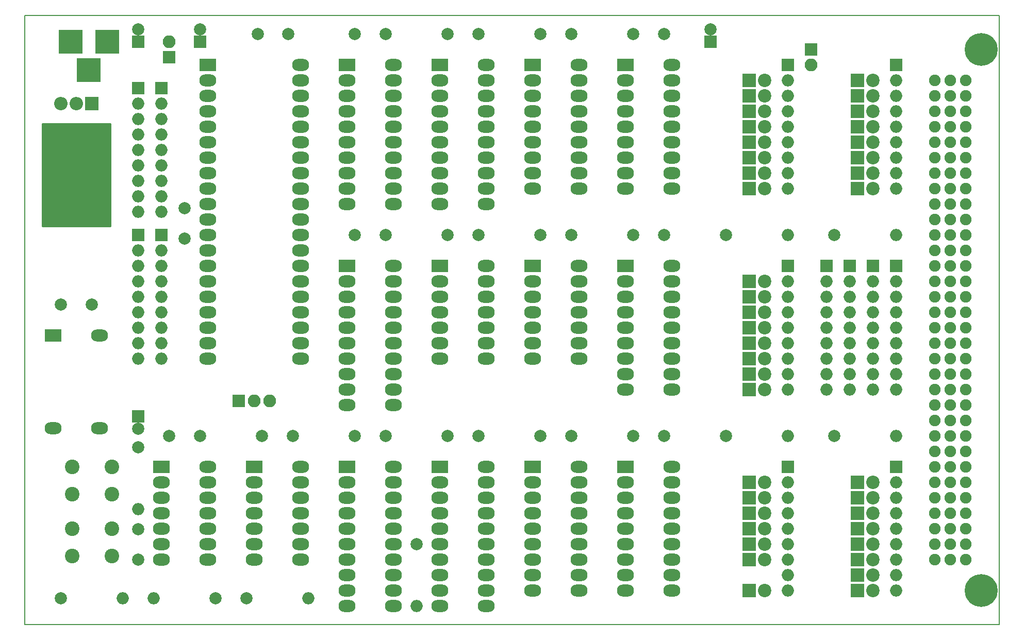
<source format=gbr>
G04 #@! TF.FileFunction,Soldermask,Top*
%FSLAX46Y46*%
G04 Gerber Fmt 4.6, Leading zero omitted, Abs format (unit mm)*
G04 Created by KiCad (PCBNEW 4.0.7) date Sat Mar 24 13:18:22 2018*
%MOMM*%
%LPD*%
G01*
G04 APERTURE LIST*
%ADD10C,0.100000*%
%ADD11C,0.150000*%
%ADD12R,2.800000X2.000000*%
%ADD13O,2.800000X2.000000*%
%ADD14C,2.400000*%
%ADD15C,2.000000*%
%ADD16R,2.000000X2.000000*%
%ADD17R,2.200000X2.200000*%
%ADD18C,2.200000*%
%ADD19R,3.900000X3.900000*%
%ADD20C,1.901140*%
%ADD21C,5.400000*%
%ADD22O,2.000000X2.000000*%
%ADD23R,2.100000X2.100000*%
%ADD24O,2.100000X2.100000*%
%ADD25O,2.200000X2.200000*%
%ADD26C,0.254000*%
G04 APERTURE END LIST*
D10*
D11*
X0Y-100000000D02*
X0Y0D01*
X160000000Y-100000000D02*
X0Y-100000000D01*
X160000000Y0D02*
X160000000Y-100000000D01*
X0Y0D02*
X160000000Y0D01*
D12*
X52860000Y-74130000D03*
D13*
X60480000Y-96990000D03*
X52860000Y-76670000D03*
X60480000Y-94450000D03*
X52860000Y-79210000D03*
X60480000Y-91910000D03*
X52860000Y-81750000D03*
X60480000Y-89370000D03*
X52860000Y-84290000D03*
X60480000Y-86830000D03*
X52860000Y-86830000D03*
X60480000Y-84290000D03*
X52860000Y-89370000D03*
X60480000Y-81750000D03*
X52860000Y-91910000D03*
X60480000Y-79210000D03*
X52860000Y-94450000D03*
X60480000Y-76670000D03*
X52860000Y-96990000D03*
X60480000Y-74130000D03*
D14*
X7775000Y-88790000D03*
X7775000Y-84290000D03*
X14275000Y-88790000D03*
X14275000Y-84290000D03*
D12*
X4600000Y-52540000D03*
D13*
X12220000Y-67780000D03*
X4600000Y-67780000D03*
X12220000Y-52540000D03*
D15*
X104930000Y-69050000D03*
X99930000Y-69050000D03*
X89690000Y-69050000D03*
X84690000Y-69050000D03*
X74450000Y-36030000D03*
X69450000Y-36030000D03*
X89690000Y-3010000D03*
X84690000Y-3010000D03*
X104930000Y-3010000D03*
X99930000Y-3010000D03*
X104930000Y-36030000D03*
X99930000Y-36030000D03*
X89690000Y-36030000D03*
X84690000Y-36030000D03*
D16*
X18570000Y-4280000D03*
D15*
X18570000Y-2280000D03*
D16*
X28730000Y-4280000D03*
D15*
X28730000Y-2280000D03*
X38255000Y-3010000D03*
X43255000Y-3010000D03*
X26190000Y-36665000D03*
X26190000Y-31665000D03*
X59210000Y-69050000D03*
X54210000Y-69050000D03*
D16*
X18570000Y-65875000D03*
D15*
X18570000Y-67875000D03*
X43970000Y-69050000D03*
X38970000Y-69050000D03*
X18570000Y-89370000D03*
X18570000Y-84370000D03*
X74450000Y-69050000D03*
X69450000Y-69050000D03*
X59210000Y-3010000D03*
X54210000Y-3010000D03*
X74450000Y-3010000D03*
X69450000Y-3010000D03*
X59210000Y-36030000D03*
X54210000Y-36030000D03*
X10950000Y-47460000D03*
X5950000Y-47460000D03*
X28730000Y-69050000D03*
X23730000Y-69050000D03*
D17*
X136680000Y-76670000D03*
D18*
X139220000Y-76670000D03*
D17*
X136680000Y-79210000D03*
D18*
X139220000Y-79210000D03*
D17*
X136680000Y-81750000D03*
D18*
X139220000Y-81750000D03*
D17*
X136680000Y-84290000D03*
D18*
X139220000Y-84290000D03*
D17*
X136680000Y-86830000D03*
D18*
X139220000Y-86830000D03*
D17*
X136680000Y-89370000D03*
D18*
X139220000Y-89370000D03*
D17*
X136680000Y-91910000D03*
D18*
X139220000Y-91910000D03*
D17*
X136680000Y-94450000D03*
D18*
X139220000Y-94450000D03*
D17*
X118900000Y-76670000D03*
D18*
X121440000Y-76670000D03*
D17*
X118900000Y-79210000D03*
D18*
X121440000Y-79210000D03*
D17*
X118900000Y-81750000D03*
D18*
X121440000Y-81750000D03*
D17*
X118900000Y-84290000D03*
D18*
X121440000Y-84290000D03*
D17*
X118900000Y-86830000D03*
D18*
X121440000Y-86830000D03*
D17*
X118900000Y-89370000D03*
D18*
X121440000Y-89370000D03*
D17*
X118900000Y-10630000D03*
D18*
X121440000Y-10630000D03*
D17*
X118900000Y-13170000D03*
D18*
X121440000Y-13170000D03*
D17*
X118900000Y-15710000D03*
D18*
X121440000Y-15710000D03*
D17*
X118900000Y-18250000D03*
D18*
X121440000Y-18250000D03*
D17*
X118900000Y-20790000D03*
D18*
X121440000Y-20790000D03*
D17*
X118900000Y-23330000D03*
D18*
X121440000Y-23330000D03*
D17*
X118900000Y-25870000D03*
D18*
X121440000Y-25870000D03*
D17*
X118900000Y-28410000D03*
D18*
X121440000Y-28410000D03*
D17*
X136680000Y-10630000D03*
D18*
X139220000Y-10630000D03*
D17*
X136680000Y-13170000D03*
D18*
X139220000Y-13170000D03*
D17*
X136680000Y-15710000D03*
D18*
X139220000Y-15710000D03*
D17*
X136680000Y-18250000D03*
D18*
X139220000Y-18250000D03*
D17*
X136680000Y-20790000D03*
D18*
X139220000Y-20790000D03*
D17*
X136680000Y-23330000D03*
D18*
X139220000Y-23330000D03*
D17*
X136680000Y-25870000D03*
D18*
X139220000Y-25870000D03*
D17*
X136680000Y-28410000D03*
D18*
X139220000Y-28410000D03*
D17*
X118900000Y-43650000D03*
D18*
X121440000Y-43650000D03*
D17*
X118900000Y-46190000D03*
D18*
X121440000Y-46190000D03*
D17*
X118900000Y-48730000D03*
D18*
X121440000Y-48730000D03*
D17*
X118900000Y-51270000D03*
D18*
X121440000Y-51270000D03*
D17*
X118900000Y-53810000D03*
D18*
X121440000Y-53810000D03*
D17*
X118900000Y-56350000D03*
D18*
X121440000Y-56350000D03*
D17*
X118900000Y-58890000D03*
D18*
X121440000Y-58890000D03*
D17*
X118900000Y-61430000D03*
D18*
X121440000Y-61430000D03*
D19*
X13490000Y-4280000D03*
X7490000Y-4280000D03*
X10490000Y-8980000D03*
D20*
X154460000Y-10630000D03*
X154460000Y-13170000D03*
X154460000Y-18250000D03*
X154460000Y-15710000D03*
X154460000Y-20790000D03*
X154460000Y-23330000D03*
X154460000Y-25870000D03*
X154460000Y-28410000D03*
X154460000Y-30950000D03*
X154460000Y-33490000D03*
X154460000Y-36030000D03*
X154460000Y-38570000D03*
X154460000Y-41110000D03*
X154460000Y-43650000D03*
X154460000Y-46190000D03*
X154460000Y-48730000D03*
X154460000Y-51270000D03*
X154460000Y-53810000D03*
X154460000Y-56350000D03*
X154460000Y-58890000D03*
X154460000Y-61430000D03*
X154460000Y-63970000D03*
X154460000Y-66510000D03*
X154460000Y-69050000D03*
X154460000Y-71590000D03*
X154460000Y-74130000D03*
X154460000Y-76670000D03*
X154460000Y-79210000D03*
X154460000Y-81750000D03*
X154460000Y-84290000D03*
X154460000Y-86830000D03*
X154460000Y-89370000D03*
X151920000Y-89370000D03*
X151920000Y-86830000D03*
X151920000Y-84290000D03*
X151920000Y-81750000D03*
X151920000Y-79210000D03*
X151920000Y-76670000D03*
X151920000Y-74130000D03*
X151920000Y-71590000D03*
X151920000Y-69050000D03*
X151920000Y-66510000D03*
X151920000Y-63970000D03*
X151920000Y-61430000D03*
X151920000Y-58890000D03*
X151920000Y-56350000D03*
X151920000Y-53810000D03*
X151920000Y-51270000D03*
X151920000Y-48730000D03*
X151920000Y-46190000D03*
X151920000Y-43650000D03*
X151920000Y-41110000D03*
X151920000Y-38570000D03*
X151920000Y-36030000D03*
X151920000Y-33490000D03*
X151920000Y-30950000D03*
X151920000Y-28410000D03*
X151920000Y-25870000D03*
X151920000Y-23330000D03*
X151920000Y-20790000D03*
X151920000Y-15710000D03*
X151920000Y-18250000D03*
X151920000Y-13170000D03*
X151920000Y-10630000D03*
X149380000Y-10630000D03*
X149380000Y-13170000D03*
X149380000Y-18250000D03*
X149380000Y-15710000D03*
X149380000Y-20790000D03*
X149380000Y-23330000D03*
X149380000Y-25870000D03*
X149380000Y-28410000D03*
X149380000Y-30950000D03*
X149380000Y-33490000D03*
X149380000Y-36030000D03*
X149380000Y-38570000D03*
X149380000Y-41110000D03*
X149380000Y-43650000D03*
X149380000Y-46190000D03*
X149380000Y-48730000D03*
X149380000Y-51270000D03*
X149380000Y-53810000D03*
X149380000Y-56350000D03*
X149380000Y-58890000D03*
X149380000Y-61430000D03*
X149380000Y-63970000D03*
X149380000Y-66510000D03*
X149380000Y-69050000D03*
X149380000Y-71590000D03*
X149380000Y-74130000D03*
X149380000Y-76670000D03*
X149380000Y-79210000D03*
X149380000Y-81750000D03*
X149380000Y-84290000D03*
X149380000Y-86830000D03*
X149380000Y-89370000D03*
D21*
X157000000Y-94450000D03*
X157000000Y-5550000D03*
D15*
X115090000Y-36030000D03*
D22*
X125250000Y-36030000D03*
D15*
X132870000Y-69050000D03*
D22*
X143030000Y-69050000D03*
D15*
X115090000Y-69050000D03*
D22*
X125250000Y-69050000D03*
D15*
X132870000Y-36030000D03*
D22*
X143030000Y-36030000D03*
D15*
X18570000Y-70955000D03*
D22*
X18570000Y-81115000D03*
D15*
X31270000Y-95720000D03*
D22*
X21110000Y-95720000D03*
D15*
X36350000Y-95720000D03*
D22*
X46510000Y-95720000D03*
D15*
X5870000Y-95720000D03*
D22*
X16030000Y-95720000D03*
D14*
X7775000Y-78630000D03*
X7775000Y-74130000D03*
X14275000Y-78630000D03*
X14275000Y-74130000D03*
D12*
X83340000Y-41110000D03*
D13*
X90960000Y-56350000D03*
X83340000Y-43650000D03*
X90960000Y-53810000D03*
X83340000Y-46190000D03*
X90960000Y-51270000D03*
X83340000Y-48730000D03*
X90960000Y-48730000D03*
X83340000Y-51270000D03*
X90960000Y-46190000D03*
X83340000Y-53810000D03*
X90960000Y-43650000D03*
X83340000Y-56350000D03*
X90960000Y-41110000D03*
D12*
X98580000Y-74130000D03*
D13*
X106200000Y-94450000D03*
X98580000Y-76670000D03*
X106200000Y-91910000D03*
X98580000Y-79210000D03*
X106200000Y-89370000D03*
X98580000Y-81750000D03*
X106200000Y-86830000D03*
X98580000Y-84290000D03*
X106200000Y-84290000D03*
X98580000Y-86830000D03*
X106200000Y-81750000D03*
X98580000Y-89370000D03*
X106200000Y-79210000D03*
X98580000Y-91910000D03*
X106200000Y-76670000D03*
X98580000Y-94450000D03*
X106200000Y-74130000D03*
D12*
X68100000Y-41110000D03*
D13*
X75720000Y-56350000D03*
X68100000Y-43650000D03*
X75720000Y-53810000D03*
X68100000Y-46190000D03*
X75720000Y-51270000D03*
X68100000Y-48730000D03*
X75720000Y-48730000D03*
X68100000Y-51270000D03*
X75720000Y-46190000D03*
X68100000Y-53810000D03*
X75720000Y-43650000D03*
X68100000Y-56350000D03*
X75720000Y-41110000D03*
D12*
X83340000Y-74130000D03*
D13*
X90960000Y-94450000D03*
X83340000Y-76670000D03*
X90960000Y-91910000D03*
X83340000Y-79210000D03*
X90960000Y-89370000D03*
X83340000Y-81750000D03*
X90960000Y-86830000D03*
X83340000Y-84290000D03*
X90960000Y-84290000D03*
X83340000Y-86830000D03*
X90960000Y-81750000D03*
X83340000Y-89370000D03*
X90960000Y-79210000D03*
X83340000Y-91910000D03*
X90960000Y-76670000D03*
X83340000Y-94450000D03*
X90960000Y-74130000D03*
D12*
X83340000Y-8090000D03*
D13*
X90960000Y-28410000D03*
X83340000Y-10630000D03*
X90960000Y-25870000D03*
X83340000Y-13170000D03*
X90960000Y-23330000D03*
X83340000Y-15710000D03*
X90960000Y-20790000D03*
X83340000Y-18250000D03*
X90960000Y-18250000D03*
X83340000Y-20790000D03*
X90960000Y-15710000D03*
X83340000Y-23330000D03*
X90960000Y-13170000D03*
X83340000Y-25870000D03*
X90960000Y-10630000D03*
X83340000Y-28410000D03*
X90960000Y-8090000D03*
D12*
X98580000Y-8090000D03*
D13*
X106200000Y-28410000D03*
X98580000Y-10630000D03*
X106200000Y-25870000D03*
X98580000Y-13170000D03*
X106200000Y-23330000D03*
X98580000Y-15710000D03*
X106200000Y-20790000D03*
X98580000Y-18250000D03*
X106200000Y-18250000D03*
X98580000Y-20790000D03*
X106200000Y-15710000D03*
X98580000Y-23330000D03*
X106200000Y-13170000D03*
X98580000Y-25870000D03*
X106200000Y-10630000D03*
X98580000Y-28410000D03*
X106200000Y-8090000D03*
D12*
X98580000Y-41110000D03*
D13*
X106200000Y-61430000D03*
X98580000Y-43650000D03*
X106200000Y-58890000D03*
X98580000Y-46190000D03*
X106200000Y-56350000D03*
X98580000Y-48730000D03*
X106200000Y-53810000D03*
X98580000Y-51270000D03*
X106200000Y-51270000D03*
X98580000Y-53810000D03*
X106200000Y-48730000D03*
X98580000Y-56350000D03*
X106200000Y-46190000D03*
X98580000Y-58890000D03*
X106200000Y-43650000D03*
X98580000Y-61430000D03*
X106200000Y-41110000D03*
D12*
X37620000Y-74130000D03*
D13*
X45240000Y-89370000D03*
X37620000Y-76670000D03*
X45240000Y-86830000D03*
X37620000Y-79210000D03*
X45240000Y-84290000D03*
X37620000Y-81750000D03*
X45240000Y-81750000D03*
X37620000Y-84290000D03*
X45240000Y-79210000D03*
X37620000Y-86830000D03*
X45240000Y-76670000D03*
X37620000Y-89370000D03*
X45240000Y-74130000D03*
D12*
X68100000Y-74130000D03*
D13*
X75720000Y-96990000D03*
X68100000Y-76670000D03*
X75720000Y-94450000D03*
X68100000Y-79210000D03*
X75720000Y-91910000D03*
X68100000Y-81750000D03*
X75720000Y-89370000D03*
X68100000Y-84290000D03*
X75720000Y-86830000D03*
X68100000Y-86830000D03*
X75720000Y-84290000D03*
X68100000Y-89370000D03*
X75720000Y-81750000D03*
X68100000Y-91910000D03*
X75720000Y-79210000D03*
X68100000Y-94450000D03*
X75720000Y-76670000D03*
X68100000Y-96990000D03*
X75720000Y-74130000D03*
D12*
X52860000Y-8090000D03*
D13*
X60480000Y-30950000D03*
X52860000Y-10630000D03*
X60480000Y-28410000D03*
X52860000Y-13170000D03*
X60480000Y-25870000D03*
X52860000Y-15710000D03*
X60480000Y-23330000D03*
X52860000Y-18250000D03*
X60480000Y-20790000D03*
X52860000Y-20790000D03*
X60480000Y-18250000D03*
X52860000Y-23330000D03*
X60480000Y-15710000D03*
X52860000Y-25870000D03*
X60480000Y-13170000D03*
X52860000Y-28410000D03*
X60480000Y-10630000D03*
X52860000Y-30950000D03*
X60480000Y-8090000D03*
D12*
X68100000Y-8090000D03*
D13*
X75720000Y-30950000D03*
X68100000Y-10630000D03*
X75720000Y-28410000D03*
X68100000Y-13170000D03*
X75720000Y-25870000D03*
X68100000Y-15710000D03*
X75720000Y-23330000D03*
X68100000Y-18250000D03*
X75720000Y-20790000D03*
X68100000Y-20790000D03*
X75720000Y-18250000D03*
X68100000Y-23330000D03*
X75720000Y-15710000D03*
X68100000Y-25870000D03*
X75720000Y-13170000D03*
X68100000Y-28410000D03*
X75720000Y-10630000D03*
X68100000Y-30950000D03*
X75720000Y-8090000D03*
D12*
X30000000Y-8090000D03*
D13*
X45240000Y-56350000D03*
X30000000Y-10630000D03*
X45240000Y-53810000D03*
X30000000Y-13170000D03*
X45240000Y-51270000D03*
X30000000Y-15710000D03*
X45240000Y-48730000D03*
X30000000Y-18250000D03*
X45240000Y-46190000D03*
X30000000Y-20790000D03*
X45240000Y-43650000D03*
X30000000Y-23330000D03*
X45240000Y-41110000D03*
X30000000Y-25870000D03*
X45240000Y-38570000D03*
X30000000Y-28410000D03*
X45240000Y-36030000D03*
X30000000Y-30950000D03*
X45240000Y-33490000D03*
X30000000Y-33490000D03*
X45240000Y-30950000D03*
X30000000Y-36030000D03*
X45240000Y-28410000D03*
X30000000Y-38570000D03*
X45240000Y-25870000D03*
X30000000Y-41110000D03*
X45240000Y-23330000D03*
X30000000Y-43650000D03*
X45240000Y-20790000D03*
X30000000Y-46190000D03*
X45240000Y-18250000D03*
X30000000Y-48730000D03*
X45240000Y-15710000D03*
X30000000Y-51270000D03*
X45240000Y-13170000D03*
X30000000Y-53810000D03*
X45240000Y-10630000D03*
X30000000Y-56350000D03*
X45240000Y-8090000D03*
D12*
X52860000Y-41110000D03*
D13*
X60480000Y-63970000D03*
X52860000Y-43650000D03*
X60480000Y-61430000D03*
X52860000Y-46190000D03*
X60480000Y-58890000D03*
X52860000Y-48730000D03*
X60480000Y-56350000D03*
X52860000Y-51270000D03*
X60480000Y-53810000D03*
X52860000Y-53810000D03*
X60480000Y-51270000D03*
X52860000Y-56350000D03*
X60480000Y-48730000D03*
X52860000Y-58890000D03*
X60480000Y-46190000D03*
X52860000Y-61430000D03*
X60480000Y-43650000D03*
X52860000Y-63970000D03*
X60480000Y-41110000D03*
D12*
X22380000Y-74130000D03*
D13*
X30000000Y-89370000D03*
X22380000Y-76670000D03*
X30000000Y-86830000D03*
X22380000Y-79210000D03*
X30000000Y-84290000D03*
X22380000Y-81750000D03*
X30000000Y-81750000D03*
X22380000Y-84290000D03*
X30000000Y-79210000D03*
X22380000Y-86830000D03*
X30000000Y-76670000D03*
X22380000Y-89370000D03*
X30000000Y-74130000D03*
D23*
X35080000Y-63335000D03*
D24*
X37620000Y-63335000D03*
X40160000Y-63335000D03*
D16*
X143030000Y-74130000D03*
D22*
X143030000Y-76670000D03*
X143030000Y-79210000D03*
X143030000Y-81750000D03*
X143030000Y-84290000D03*
X143030000Y-86830000D03*
X143030000Y-89370000D03*
X143030000Y-91910000D03*
X143030000Y-94450000D03*
D16*
X125250000Y-74130000D03*
D22*
X125250000Y-76670000D03*
X125250000Y-79210000D03*
X125250000Y-81750000D03*
X125250000Y-84290000D03*
X125250000Y-86830000D03*
X125250000Y-89370000D03*
X125250000Y-91910000D03*
X125250000Y-94450000D03*
D16*
X125250000Y-8090000D03*
D22*
X125250000Y-10630000D03*
X125250000Y-13170000D03*
X125250000Y-15710000D03*
X125250000Y-18250000D03*
X125250000Y-20790000D03*
X125250000Y-23330000D03*
X125250000Y-25870000D03*
X125250000Y-28410000D03*
D16*
X143030000Y-8090000D03*
D22*
X143030000Y-10630000D03*
X143030000Y-13170000D03*
X143030000Y-15710000D03*
X143030000Y-18250000D03*
X143030000Y-20790000D03*
X143030000Y-23330000D03*
X143030000Y-25870000D03*
X143030000Y-28410000D03*
D16*
X125250000Y-41110000D03*
D22*
X125250000Y-43650000D03*
X125250000Y-46190000D03*
X125250000Y-48730000D03*
X125250000Y-51270000D03*
X125250000Y-53810000D03*
X125250000Y-56350000D03*
X125250000Y-58890000D03*
X125250000Y-61430000D03*
D16*
X139220000Y-41110000D03*
D22*
X139220000Y-43650000D03*
X139220000Y-46190000D03*
X139220000Y-48730000D03*
X139220000Y-51270000D03*
X139220000Y-53810000D03*
X139220000Y-56350000D03*
X139220000Y-58890000D03*
X139220000Y-61430000D03*
D16*
X131600000Y-41110000D03*
D22*
X131600000Y-43650000D03*
X131600000Y-46190000D03*
X131600000Y-48730000D03*
X131600000Y-51270000D03*
X131600000Y-53810000D03*
X131600000Y-56350000D03*
X131600000Y-58890000D03*
X131600000Y-61430000D03*
D16*
X135410000Y-41110000D03*
D22*
X135410000Y-43650000D03*
X135410000Y-46190000D03*
X135410000Y-48730000D03*
X135410000Y-51270000D03*
X135410000Y-53810000D03*
X135410000Y-56350000D03*
X135410000Y-58890000D03*
X135410000Y-61430000D03*
D16*
X143030000Y-41110000D03*
D22*
X143030000Y-43650000D03*
X143030000Y-46190000D03*
X143030000Y-48730000D03*
X143030000Y-51270000D03*
X143030000Y-53810000D03*
X143030000Y-56350000D03*
X143030000Y-58890000D03*
X143030000Y-61430000D03*
D23*
X23650000Y-6820000D03*
D24*
X23650000Y-4280000D03*
D17*
X118900000Y-94450000D03*
D18*
X121440000Y-94450000D03*
D16*
X112550000Y-4280000D03*
D15*
X112550000Y-2280000D03*
D16*
X18570000Y-11900000D03*
D22*
X18570000Y-14440000D03*
X18570000Y-16980000D03*
X18570000Y-19520000D03*
X18570000Y-22060000D03*
X18570000Y-24600000D03*
X18570000Y-27140000D03*
X18570000Y-29680000D03*
X18570000Y-32220000D03*
D16*
X22380000Y-11900000D03*
D22*
X22380000Y-14440000D03*
X22380000Y-16980000D03*
X22380000Y-19520000D03*
X22380000Y-22060000D03*
X22380000Y-24600000D03*
X22380000Y-27140000D03*
X22380000Y-29680000D03*
X22380000Y-32220000D03*
D16*
X18570000Y-36030000D03*
D22*
X18570000Y-38570000D03*
X18570000Y-41110000D03*
X18570000Y-43650000D03*
X18570000Y-46190000D03*
X18570000Y-48730000D03*
X18570000Y-51270000D03*
X18570000Y-53810000D03*
X18570000Y-56350000D03*
D16*
X22380000Y-36030000D03*
D22*
X22380000Y-38570000D03*
X22380000Y-41110000D03*
X22380000Y-43650000D03*
X22380000Y-46190000D03*
X22380000Y-48730000D03*
X22380000Y-51270000D03*
X22380000Y-53810000D03*
X22380000Y-56350000D03*
D21*
X8410000Y-31100000D03*
D17*
X10950000Y-14440000D03*
D25*
X8410000Y-14440000D03*
X5870000Y-14440000D03*
D23*
X129060000Y-5550000D03*
D24*
X129060000Y-8090000D03*
D15*
X64290000Y-86830000D03*
D22*
X64290000Y-96990000D03*
D26*
G36*
X13998000Y-34633000D02*
X2822000Y-34633000D01*
X2822000Y-17742000D01*
X13998000Y-17742000D01*
X13998000Y-34633000D01*
X13998000Y-34633000D01*
G37*
X13998000Y-34633000D02*
X2822000Y-34633000D01*
X2822000Y-17742000D01*
X13998000Y-17742000D01*
X13998000Y-34633000D01*
M02*

</source>
